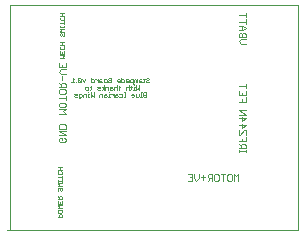
<source format=gbo>
G75*
%MOIN*%
%OFA0B0*%
%FSLAX25Y25*%
%IPPOS*%
%LPD*%
%AMOC8*
5,1,8,0,0,1.08239X$1,22.5*
%
%ADD10C,0.00000*%
%ADD11C,0.00100*%
%ADD12C,0.00200*%
D10*
X0002196Y0002975D02*
X0002221Y0002975D01*
X0002234Y0002975D02*
X0002234Y0003000D01*
X0002242Y0003008D01*
X0002251Y0003000D01*
X0002251Y0002975D01*
X0002267Y0002975D02*
X0002267Y0003008D01*
X0002259Y0003008D01*
X0002251Y0003000D01*
X0002280Y0003000D02*
X0002288Y0003008D01*
X0002313Y0003008D01*
X0002313Y0003025D02*
X0002313Y0002975D01*
X0002288Y0002975D01*
X0002280Y0002983D01*
X0002280Y0003000D01*
X0002328Y0002983D02*
X0002328Y0002975D01*
X0002336Y0002975D01*
X0002336Y0002983D01*
X0002328Y0002983D01*
X0002349Y0002983D02*
X0002357Y0002992D01*
X0002374Y0002992D01*
X0002382Y0003000D01*
X0002374Y0003008D01*
X0002349Y0003008D01*
X0002349Y0002983D02*
X0002357Y0002975D01*
X0002382Y0002975D01*
X0002395Y0002983D02*
X0002403Y0002992D01*
X0002420Y0002992D01*
X0002428Y0003000D01*
X0002420Y0003008D01*
X0002395Y0003008D01*
X0002395Y0002983D02*
X0002403Y0002975D01*
X0002428Y0002975D01*
X0002441Y0002992D02*
X0002474Y0002992D01*
X0002474Y0003000D02*
X0002466Y0003008D01*
X0002449Y0003008D01*
X0002441Y0003000D01*
X0002441Y0002992D01*
X0002449Y0002975D02*
X0002466Y0002975D01*
X0002474Y0002983D01*
X0002474Y0003000D01*
X0002488Y0003008D02*
X0002496Y0003008D01*
X0002513Y0002992D01*
X0002513Y0003008D02*
X0002513Y0002975D01*
X0002525Y0002975D02*
X0002551Y0002975D01*
X0002559Y0002983D01*
X0002559Y0003000D01*
X0002551Y0003008D01*
X0002525Y0003008D01*
X0002525Y0003025D02*
X0002525Y0002975D01*
X0002572Y0002975D02*
X0002597Y0002975D01*
X0002605Y0002983D01*
X0002605Y0003000D01*
X0002597Y0003008D01*
X0002572Y0003008D01*
X0002572Y0003025D02*
X0002572Y0002975D01*
X0002618Y0002975D02*
X0002643Y0002975D01*
X0002651Y0002983D01*
X0002643Y0002992D01*
X0002618Y0002992D01*
X0002618Y0003000D02*
X0002618Y0002975D01*
X0002618Y0003000D02*
X0002626Y0003008D01*
X0002643Y0003008D01*
X0002664Y0003000D02*
X0002697Y0003000D01*
X0002710Y0003008D02*
X0002710Y0002983D01*
X0002718Y0002975D01*
X0002726Y0002983D01*
X0002735Y0002975D01*
X0002743Y0002983D01*
X0002743Y0003008D01*
X0002756Y0003000D02*
X0002789Y0003000D01*
X0002802Y0003000D02*
X0002810Y0003008D01*
X0002827Y0003008D01*
X0002835Y0003000D01*
X0002835Y0002983D01*
X0002827Y0002975D01*
X0002810Y0002975D01*
X0002802Y0002983D01*
X0002802Y0003000D01*
X0002848Y0003008D02*
X0002873Y0003008D01*
X0002881Y0003000D01*
X0002881Y0002983D01*
X0002873Y0002975D01*
X0002848Y0002975D01*
X0002848Y0002967D02*
X0002848Y0003008D01*
X0002848Y0002967D02*
X0002856Y0002958D01*
X0002864Y0002958D01*
X0002894Y0002983D02*
X0002894Y0003000D01*
X0002902Y0003008D01*
X0002919Y0003008D01*
X0002927Y0003000D01*
X0002927Y0002983D01*
X0002919Y0002975D01*
X0002902Y0002975D01*
X0002894Y0002983D01*
X0002941Y0002975D02*
X0002958Y0002975D01*
X0002949Y0002975D02*
X0002949Y0003025D01*
X0002958Y0003025D01*
X0002979Y0003008D02*
X0002996Y0003008D01*
X0003004Y0003000D01*
X0003004Y0002983D01*
X0002996Y0002975D01*
X0002979Y0002975D01*
X0002971Y0002983D01*
X0002971Y0003000D01*
X0002979Y0003008D01*
X0003017Y0003000D02*
X0003017Y0002975D01*
X0003017Y0003000D02*
X0003025Y0003008D01*
X0003050Y0003008D01*
X0003050Y0002975D01*
X0003063Y0002983D02*
X0003063Y0003000D01*
X0003071Y0003008D01*
X0003088Y0003008D01*
X0003096Y0003000D01*
X0003096Y0002983D01*
X0003088Y0002975D01*
X0003071Y0002975D01*
X0003063Y0002983D01*
X0003109Y0002975D02*
X0003109Y0003000D01*
X0003117Y0003008D01*
X0003125Y0003000D01*
X0003125Y0002975D01*
X0003142Y0002975D02*
X0003142Y0003008D01*
X0003134Y0003008D01*
X0003125Y0003000D01*
X0003155Y0003025D02*
X0003188Y0002975D01*
X0003201Y0002983D02*
X0003201Y0003000D01*
X0003209Y0003008D01*
X0003226Y0003008D01*
X0003234Y0003000D01*
X0003234Y0002983D01*
X0003226Y0002975D01*
X0003209Y0002975D01*
X0003201Y0002983D01*
X0003247Y0002975D02*
X0003272Y0002975D01*
X0003280Y0002983D01*
X0003280Y0003000D01*
X0003272Y0003008D01*
X0003247Y0003008D01*
X0003247Y0002967D01*
X0003255Y0002958D01*
X0003263Y0002958D01*
X0003293Y0002983D02*
X0003293Y0003000D01*
X0003301Y0003008D01*
X0003318Y0003008D01*
X0003326Y0003000D01*
X0003326Y0002983D01*
X0003318Y0002975D01*
X0003301Y0002975D01*
X0003293Y0002983D01*
X0003339Y0002975D02*
X0003372Y0002975D01*
X0003372Y0003025D01*
X0003385Y0003025D02*
X0003418Y0002975D01*
X0003431Y0002975D02*
X0003456Y0002975D01*
X0003464Y0002983D01*
X0003464Y0003000D01*
X0003456Y0003008D01*
X0003431Y0003008D01*
X0003477Y0003000D02*
X0003477Y0002975D01*
X0003502Y0002975D01*
X0003510Y0002983D01*
X0003502Y0002992D01*
X0003477Y0002992D01*
X0003477Y0003000D02*
X0003485Y0003008D01*
X0003502Y0003008D01*
X0003523Y0003025D02*
X0003556Y0003025D01*
X0003570Y0003025D02*
X0003579Y0003017D01*
X0003579Y0002975D01*
X0003587Y0003000D02*
X0003570Y0003000D01*
X0003601Y0003000D02*
X0003618Y0003000D01*
X0003630Y0003000D02*
X0003639Y0003008D01*
X0003655Y0003008D01*
X0003664Y0003000D01*
X0003664Y0002983D01*
X0003655Y0002975D01*
X0003639Y0002975D01*
X0003630Y0002983D01*
X0003630Y0003000D01*
X0003609Y0003017D02*
X0003601Y0003025D01*
X0003609Y0003017D02*
X0003609Y0002975D01*
X0003676Y0002983D02*
X0003685Y0002975D01*
X0003710Y0002975D01*
X0003710Y0003025D01*
X0003685Y0003025D01*
X0003676Y0003017D01*
X0003676Y0003008D01*
X0003685Y0003000D01*
X0003710Y0003000D01*
X0003685Y0003000D02*
X0003676Y0002992D01*
X0003676Y0002983D01*
X0003722Y0003025D02*
X0003756Y0002975D01*
X0003770Y0002975D02*
X0003779Y0002975D01*
X0003779Y0002983D01*
X0003770Y0002983D01*
X0003770Y0002975D01*
X0003770Y0003000D02*
X0003779Y0003000D01*
X0003779Y0003008D01*
X0003770Y0003008D01*
X0003770Y0003000D01*
X0003792Y0003017D02*
X0003792Y0003025D01*
X0003792Y0003017D02*
X0003808Y0003000D01*
X0003808Y0002975D01*
X0003808Y0003000D02*
X0003825Y0003017D01*
X0003825Y0003025D01*
X0003540Y0003025D02*
X0003540Y0002975D01*
X0003000Y0003125D02*
X0003000Y0078086D01*
X0099201Y0078086D01*
X0099201Y0003125D01*
X0003000Y0003125D01*
X0002221Y0003008D02*
X0002196Y0003008D01*
X0002188Y0003000D01*
X0002188Y0002983D01*
X0002196Y0002975D01*
X0002221Y0002958D02*
X0002221Y0003008D01*
D11*
X0018950Y0007381D02*
X0020451Y0007381D01*
X0020451Y0008132D01*
X0020201Y0008382D01*
X0019701Y0008382D01*
X0019450Y0008132D01*
X0019450Y0007381D01*
X0019200Y0008854D02*
X0018950Y0009104D01*
X0018950Y0009605D01*
X0019200Y0009855D01*
X0020201Y0009855D01*
X0020451Y0009605D01*
X0020451Y0009104D01*
X0020201Y0008854D01*
X0019200Y0008854D01*
X0018950Y0010327D02*
X0019450Y0010828D01*
X0018950Y0011328D01*
X0020451Y0011328D01*
X0020451Y0011801D02*
X0018950Y0011801D01*
X0018950Y0012802D01*
X0018950Y0013274D02*
X0020451Y0013274D01*
X0020451Y0014025D01*
X0020201Y0014275D01*
X0019701Y0014275D01*
X0019450Y0014025D01*
X0019450Y0013274D01*
X0019450Y0013774D02*
X0018950Y0014275D01*
X0020451Y0012802D02*
X0020451Y0011801D01*
X0019701Y0011801D02*
X0019701Y0012301D01*
X0020451Y0010327D02*
X0018950Y0010327D01*
X0019200Y0016221D02*
X0018950Y0016471D01*
X0018950Y0016971D01*
X0019200Y0017221D01*
X0019450Y0017221D01*
X0019701Y0016971D01*
X0019701Y0016471D01*
X0019951Y0016221D01*
X0020201Y0016221D01*
X0020451Y0016471D01*
X0020451Y0016971D01*
X0020201Y0017221D01*
X0020451Y0017694D02*
X0018950Y0017694D01*
X0019450Y0018194D01*
X0018950Y0018695D01*
X0020451Y0018695D01*
X0020451Y0019167D02*
X0020451Y0019667D01*
X0020451Y0019417D02*
X0018950Y0019417D01*
X0018950Y0019167D02*
X0018950Y0019667D01*
X0018950Y0020650D02*
X0020451Y0020650D01*
X0020451Y0021150D02*
X0020451Y0020149D01*
X0020201Y0021622D02*
X0019200Y0021622D01*
X0018950Y0021873D01*
X0018950Y0022373D01*
X0019200Y0022623D01*
X0018950Y0023096D02*
X0020451Y0023096D01*
X0020201Y0022623D02*
X0020451Y0022373D01*
X0020451Y0021873D01*
X0020201Y0021622D01*
X0019701Y0023096D02*
X0019701Y0024097D01*
X0020451Y0024097D02*
X0018950Y0024097D01*
X0026292Y0046975D02*
X0026041Y0047225D01*
X0026041Y0048476D01*
X0026792Y0048476D01*
X0027042Y0048226D01*
X0027042Y0047725D01*
X0026792Y0047475D01*
X0026041Y0047475D01*
X0025569Y0047475D02*
X0024818Y0047475D01*
X0024568Y0047725D01*
X0024818Y0047975D01*
X0025319Y0047975D01*
X0025569Y0048226D01*
X0025319Y0048476D01*
X0024568Y0048476D01*
X0026292Y0046975D02*
X0026542Y0046975D01*
X0027515Y0047475D02*
X0027515Y0048226D01*
X0027765Y0048476D01*
X0028515Y0048476D01*
X0028515Y0047475D01*
X0028997Y0047475D02*
X0029498Y0047475D01*
X0029247Y0047475D02*
X0029247Y0048476D01*
X0029498Y0048476D01*
X0029247Y0048976D02*
X0029247Y0049226D01*
X0029002Y0049875D02*
X0029252Y0050125D01*
X0029252Y0050626D01*
X0029002Y0050876D01*
X0028501Y0050876D01*
X0028251Y0050626D01*
X0028251Y0050125D01*
X0028501Y0049875D01*
X0029002Y0049875D01*
X0029734Y0049875D02*
X0029984Y0050125D01*
X0029984Y0051126D01*
X0030234Y0050876D02*
X0029734Y0050876D01*
X0030093Y0052275D02*
X0030843Y0052275D01*
X0031094Y0052525D01*
X0031094Y0053026D01*
X0030843Y0053276D01*
X0030093Y0053276D01*
X0030093Y0053776D02*
X0030093Y0052275D01*
X0031571Y0053276D02*
X0031821Y0053276D01*
X0032321Y0052775D01*
X0032794Y0052775D02*
X0033544Y0052775D01*
X0033795Y0052525D01*
X0033544Y0052275D01*
X0032794Y0052275D01*
X0032794Y0053026D01*
X0033044Y0053276D01*
X0033544Y0053276D01*
X0034267Y0053026D02*
X0034267Y0052525D01*
X0034517Y0052275D01*
X0035018Y0052275D01*
X0035268Y0052525D01*
X0035268Y0053026D01*
X0035018Y0053276D01*
X0034517Y0053276D01*
X0034267Y0053026D01*
X0035740Y0053276D02*
X0035990Y0053026D01*
X0036741Y0053026D01*
X0036741Y0053776D02*
X0035990Y0053776D01*
X0035740Y0053526D01*
X0035740Y0053276D01*
X0035990Y0053026D02*
X0035740Y0052775D01*
X0035740Y0052525D01*
X0035990Y0052275D01*
X0036741Y0052275D01*
X0036741Y0053776D01*
X0038687Y0053026D02*
X0038687Y0052775D01*
X0039688Y0052775D01*
X0039688Y0052525D02*
X0039688Y0053026D01*
X0039437Y0053276D01*
X0038937Y0053276D01*
X0038687Y0053026D01*
X0038937Y0052275D02*
X0039437Y0052275D01*
X0039688Y0052525D01*
X0040160Y0052275D02*
X0040911Y0052275D01*
X0041161Y0052525D01*
X0041161Y0053026D01*
X0040911Y0053276D01*
X0040160Y0053276D01*
X0040160Y0053776D02*
X0040160Y0052275D01*
X0041633Y0052775D02*
X0042634Y0052775D01*
X0042634Y0052525D02*
X0042634Y0053026D01*
X0042384Y0053276D01*
X0041884Y0053276D01*
X0041633Y0053026D01*
X0041633Y0052775D01*
X0041884Y0052275D02*
X0042384Y0052275D01*
X0042634Y0052525D01*
X0043107Y0052525D02*
X0043107Y0053026D01*
X0043357Y0053276D01*
X0044107Y0053276D01*
X0044107Y0051775D01*
X0044471Y0051626D02*
X0044471Y0051376D01*
X0044471Y0050876D02*
X0044471Y0049875D01*
X0044721Y0049875D02*
X0044221Y0049875D01*
X0043489Y0050125D02*
X0043489Y0051126D01*
X0043739Y0050876D02*
X0043239Y0050876D01*
X0042757Y0050626D02*
X0042507Y0050876D01*
X0042006Y0050876D01*
X0041756Y0050626D01*
X0041756Y0049875D01*
X0041529Y0048976D02*
X0041029Y0048976D01*
X0041279Y0048976D02*
X0041279Y0047475D01*
X0041529Y0047475D02*
X0041029Y0047475D01*
X0040547Y0047725D02*
X0040297Y0047475D01*
X0039546Y0047475D01*
X0039074Y0047725D02*
X0038824Y0047975D01*
X0038073Y0047975D01*
X0038073Y0048226D02*
X0038073Y0047475D01*
X0038824Y0047475D01*
X0039074Y0047725D01*
X0038824Y0048476D02*
X0038323Y0048476D01*
X0038073Y0048226D01*
X0037601Y0048476D02*
X0037601Y0047475D01*
X0037601Y0047975D02*
X0037100Y0048476D01*
X0036850Y0048476D01*
X0036373Y0048476D02*
X0036123Y0048476D01*
X0036123Y0047475D01*
X0036373Y0047475D02*
X0035872Y0047475D01*
X0035391Y0047725D02*
X0035140Y0047975D01*
X0034390Y0047975D01*
X0034390Y0048226D02*
X0034390Y0047475D01*
X0035140Y0047475D01*
X0035391Y0047725D01*
X0035140Y0048476D02*
X0034640Y0048476D01*
X0034390Y0048226D01*
X0033917Y0048476D02*
X0033917Y0047475D01*
X0032917Y0047475D02*
X0032917Y0048226D01*
X0033167Y0048476D01*
X0033917Y0048476D01*
X0033658Y0049875D02*
X0034408Y0050375D01*
X0033658Y0050876D01*
X0033181Y0050626D02*
X0032931Y0050876D01*
X0032180Y0050876D01*
X0032430Y0050375D02*
X0032931Y0050375D01*
X0033181Y0050626D01*
X0033181Y0049875D02*
X0032430Y0049875D01*
X0032180Y0050125D01*
X0032430Y0050375D01*
X0032321Y0052275D02*
X0032321Y0053276D01*
X0034408Y0051376D02*
X0034408Y0049875D01*
X0034881Y0049875D02*
X0034881Y0050626D01*
X0035131Y0050876D01*
X0035882Y0050876D01*
X0035882Y0049875D01*
X0036354Y0049875D02*
X0036354Y0050626D01*
X0036604Y0050876D01*
X0037105Y0050876D01*
X0037105Y0050375D02*
X0036354Y0050375D01*
X0036354Y0049875D02*
X0037105Y0049875D01*
X0037355Y0050125D01*
X0037105Y0050375D01*
X0037827Y0050626D02*
X0037827Y0049875D01*
X0037827Y0050626D02*
X0038078Y0050876D01*
X0038578Y0050876D01*
X0038828Y0050626D01*
X0039310Y0050876D02*
X0039810Y0050876D01*
X0039560Y0051126D02*
X0039560Y0050125D01*
X0039310Y0049875D01*
X0038828Y0049875D02*
X0038828Y0051376D01*
X0036123Y0049226D02*
X0036123Y0048976D01*
X0039546Y0048476D02*
X0040297Y0048476D01*
X0040547Y0048226D01*
X0040547Y0047725D01*
X0043475Y0047975D02*
X0044476Y0047975D01*
X0044476Y0047725D02*
X0044476Y0048226D01*
X0044225Y0048476D01*
X0043725Y0048476D01*
X0043475Y0048226D01*
X0043475Y0047975D01*
X0043725Y0047475D02*
X0044225Y0047475D01*
X0044476Y0047725D01*
X0044948Y0047475D02*
X0044948Y0048476D01*
X0045949Y0048476D02*
X0045949Y0047725D01*
X0045699Y0047475D01*
X0044948Y0047475D01*
X0046431Y0047475D02*
X0046931Y0047475D01*
X0046681Y0047475D02*
X0046681Y0048976D01*
X0046931Y0048976D01*
X0047404Y0048726D02*
X0047404Y0048476D01*
X0047654Y0048226D01*
X0048404Y0048226D01*
X0047654Y0048226D02*
X0047404Y0047975D01*
X0047404Y0047725D01*
X0047654Y0047475D01*
X0048404Y0047475D01*
X0048404Y0048976D01*
X0047654Y0048976D01*
X0047404Y0048726D01*
X0046194Y0049875D02*
X0045694Y0050375D01*
X0045194Y0049875D01*
X0045194Y0051376D01*
X0044721Y0050876D02*
X0044471Y0050876D01*
X0043489Y0050125D02*
X0043239Y0049875D01*
X0042757Y0049875D02*
X0042757Y0051376D01*
X0043357Y0052275D02*
X0044107Y0052275D01*
X0044580Y0052275D02*
X0044580Y0053026D01*
X0044830Y0053276D01*
X0045080Y0053026D01*
X0045080Y0052275D01*
X0045581Y0052275D02*
X0045581Y0053276D01*
X0045330Y0053276D01*
X0045080Y0053026D01*
X0046053Y0053026D02*
X0046053Y0052275D01*
X0046804Y0052275D01*
X0047054Y0052525D01*
X0046804Y0052775D01*
X0046053Y0052775D01*
X0046053Y0053026D02*
X0046303Y0053276D01*
X0046804Y0053276D01*
X0047536Y0053276D02*
X0048036Y0053276D01*
X0047786Y0053526D02*
X0047786Y0052525D01*
X0047536Y0052275D01*
X0048508Y0052525D02*
X0048508Y0052775D01*
X0048759Y0053026D01*
X0049259Y0053026D01*
X0049509Y0053276D01*
X0049509Y0053526D01*
X0049259Y0053776D01*
X0048759Y0053776D01*
X0048508Y0053526D01*
X0048508Y0052525D02*
X0048759Y0052275D01*
X0049259Y0052275D01*
X0049509Y0052525D01*
X0046194Y0051376D02*
X0046194Y0049875D01*
X0043357Y0052275D02*
X0043107Y0052525D01*
X0030971Y0048976D02*
X0030971Y0047475D01*
X0030470Y0047975D01*
X0029970Y0047475D01*
X0029970Y0048976D01*
X0027647Y0052275D02*
X0027146Y0053276D01*
X0026674Y0053526D02*
X0026674Y0052525D01*
X0025673Y0053526D01*
X0025673Y0052525D01*
X0025923Y0052275D01*
X0026424Y0052275D01*
X0026674Y0052525D01*
X0026674Y0053526D02*
X0026424Y0053776D01*
X0025923Y0053776D01*
X0025673Y0053526D01*
X0025201Y0052525D02*
X0024950Y0052525D01*
X0024950Y0052275D01*
X0025201Y0052275D01*
X0025201Y0052525D01*
X0024464Y0052275D02*
X0023463Y0052275D01*
X0023964Y0052275D02*
X0023964Y0053776D01*
X0024464Y0053276D01*
X0027647Y0052275D02*
X0028147Y0053276D01*
X0021251Y0060318D02*
X0019750Y0060318D01*
X0019750Y0061318D02*
X0021251Y0061318D01*
X0020751Y0060818D01*
X0021251Y0060318D01*
X0021251Y0061791D02*
X0019750Y0061791D01*
X0019750Y0062792D01*
X0020000Y0063264D02*
X0019750Y0063514D01*
X0019750Y0064015D01*
X0020000Y0064265D01*
X0019750Y0064737D02*
X0021251Y0064737D01*
X0021001Y0064265D02*
X0021251Y0064015D01*
X0021251Y0063514D01*
X0021001Y0063264D01*
X0020000Y0063264D01*
X0020501Y0064737D02*
X0020501Y0065738D01*
X0021251Y0065738D02*
X0019750Y0065738D01*
X0020000Y0067684D02*
X0019750Y0067934D01*
X0019750Y0068435D01*
X0020000Y0068685D01*
X0020250Y0068685D01*
X0020501Y0068435D01*
X0020501Y0067934D01*
X0020751Y0067684D01*
X0021001Y0067684D01*
X0021251Y0067934D01*
X0021251Y0068435D01*
X0021001Y0068685D01*
X0021251Y0069157D02*
X0019750Y0069157D01*
X0020250Y0069658D01*
X0019750Y0070158D01*
X0021251Y0070158D01*
X0021251Y0070630D02*
X0021251Y0071131D01*
X0021251Y0070881D02*
X0019750Y0070881D01*
X0019750Y0071131D02*
X0019750Y0070630D01*
X0019750Y0072113D02*
X0021251Y0072113D01*
X0021251Y0071613D02*
X0021251Y0072613D01*
X0021001Y0073086D02*
X0020000Y0073086D01*
X0019750Y0073336D01*
X0019750Y0073836D01*
X0020000Y0074087D01*
X0019750Y0074559D02*
X0021251Y0074559D01*
X0021001Y0074087D02*
X0021251Y0073836D01*
X0021251Y0073336D01*
X0021001Y0073086D01*
X0020501Y0074559D02*
X0020501Y0075560D01*
X0021251Y0075560D02*
X0019750Y0075560D01*
X0021251Y0062792D02*
X0021251Y0061791D01*
X0020501Y0061791D02*
X0020501Y0062291D01*
D12*
X0021602Y0058823D02*
X0021602Y0057355D01*
X0019400Y0057355D01*
X0019400Y0058823D01*
X0020501Y0058089D02*
X0020501Y0057355D01*
X0020134Y0056613D02*
X0021602Y0056613D01*
X0020134Y0056613D02*
X0019400Y0055879D01*
X0020134Y0055145D01*
X0021602Y0055145D01*
X0020501Y0054403D02*
X0020501Y0052935D01*
X0020501Y0052193D02*
X0020134Y0051826D01*
X0020134Y0050725D01*
X0020134Y0051459D02*
X0019400Y0052193D01*
X0020501Y0052193D02*
X0021235Y0052193D01*
X0021602Y0051826D01*
X0021602Y0050725D01*
X0019400Y0050725D01*
X0019767Y0049983D02*
X0021235Y0049983D01*
X0021602Y0049616D01*
X0021602Y0048882D01*
X0021235Y0048515D01*
X0019767Y0048515D01*
X0019400Y0048882D01*
X0019400Y0049616D01*
X0019767Y0049983D01*
X0021602Y0047773D02*
X0021602Y0046305D01*
X0021602Y0047039D02*
X0019400Y0047039D01*
X0019767Y0045563D02*
X0021235Y0045563D01*
X0021602Y0045196D01*
X0021602Y0044462D01*
X0021235Y0044095D01*
X0019767Y0044095D01*
X0019400Y0044462D01*
X0019400Y0045196D01*
X0019767Y0045563D01*
X0019400Y0043353D02*
X0021602Y0043353D01*
X0020868Y0042619D01*
X0021602Y0041885D01*
X0019400Y0041885D01*
X0019767Y0038298D02*
X0021235Y0038298D01*
X0021602Y0037931D01*
X0021602Y0036830D01*
X0019400Y0036830D01*
X0019400Y0037931D01*
X0019767Y0038298D01*
X0019400Y0036088D02*
X0021602Y0036088D01*
X0021602Y0034620D02*
X0019400Y0034620D01*
X0019767Y0033878D02*
X0020501Y0033878D01*
X0020501Y0033144D01*
X0021235Y0032410D02*
X0019767Y0032410D01*
X0019400Y0032777D01*
X0019400Y0033511D01*
X0019767Y0033878D01*
X0021235Y0033878D02*
X0021602Y0033511D01*
X0021602Y0032777D01*
X0021235Y0032410D01*
X0021602Y0034620D02*
X0019400Y0036088D01*
X0062302Y0021727D02*
X0063770Y0021727D01*
X0063770Y0019525D01*
X0062302Y0019525D01*
X0063036Y0020626D02*
X0063770Y0020626D01*
X0064512Y0020259D02*
X0064512Y0021727D01*
X0065980Y0021727D02*
X0065980Y0020259D01*
X0065246Y0019525D01*
X0064512Y0020259D01*
X0066722Y0020626D02*
X0068190Y0020626D01*
X0068932Y0020626D02*
X0069299Y0020259D01*
X0070400Y0020259D01*
X0069666Y0020259D02*
X0068932Y0019525D01*
X0068932Y0020626D02*
X0068932Y0021360D01*
X0069299Y0021727D01*
X0070400Y0021727D01*
X0070400Y0019525D01*
X0071142Y0019892D02*
X0071142Y0021360D01*
X0071509Y0021727D01*
X0072243Y0021727D01*
X0072610Y0021360D01*
X0072610Y0019892D01*
X0072243Y0019525D01*
X0071509Y0019525D01*
X0071142Y0019892D01*
X0073352Y0021727D02*
X0074820Y0021727D01*
X0074086Y0021727D02*
X0074086Y0019525D01*
X0075562Y0019892D02*
X0075562Y0021360D01*
X0075929Y0021727D01*
X0076663Y0021727D01*
X0077030Y0021360D01*
X0077030Y0019892D01*
X0076663Y0019525D01*
X0075929Y0019525D01*
X0075562Y0019892D01*
X0077772Y0019525D02*
X0077772Y0021727D01*
X0078506Y0020993D01*
X0079240Y0021727D01*
X0079240Y0019525D01*
X0079400Y0028939D02*
X0079400Y0029673D01*
X0079400Y0029306D02*
X0081602Y0029306D01*
X0081602Y0028939D02*
X0081602Y0029673D01*
X0081602Y0030412D02*
X0081602Y0031513D01*
X0081235Y0031880D01*
X0080501Y0031880D01*
X0080134Y0031513D01*
X0080134Y0030412D01*
X0079400Y0030412D02*
X0081602Y0030412D01*
X0080134Y0031146D02*
X0079400Y0031880D01*
X0079400Y0032622D02*
X0081602Y0032622D01*
X0081602Y0034090D01*
X0081602Y0034832D02*
X0081602Y0036300D01*
X0081235Y0036300D01*
X0079767Y0034832D01*
X0079400Y0034832D01*
X0079400Y0036300D01*
X0080501Y0037042D02*
X0080501Y0038510D01*
X0080501Y0039252D02*
X0080501Y0040720D01*
X0081602Y0040353D02*
X0080501Y0039252D01*
X0079400Y0040353D02*
X0081602Y0040353D01*
X0081602Y0041462D02*
X0079400Y0042929D01*
X0081602Y0042929D01*
X0081602Y0041462D02*
X0079400Y0041462D01*
X0079400Y0038143D02*
X0081602Y0038143D01*
X0080501Y0037042D01*
X0080501Y0033356D02*
X0080501Y0032622D01*
X0067456Y0021360D02*
X0067456Y0019892D01*
X0079400Y0045881D02*
X0081602Y0045881D01*
X0081602Y0047349D01*
X0081602Y0048091D02*
X0079400Y0048091D01*
X0079400Y0049559D01*
X0080501Y0048825D02*
X0080501Y0048091D01*
X0081602Y0048091D02*
X0081602Y0049559D01*
X0081602Y0050301D02*
X0081602Y0051769D01*
X0081602Y0051035D02*
X0079400Y0051035D01*
X0080501Y0046615D02*
X0080501Y0045881D01*
X0080134Y0065200D02*
X0079400Y0065934D01*
X0080134Y0066668D01*
X0081602Y0066668D01*
X0081602Y0067410D02*
X0081602Y0068511D01*
X0081235Y0068878D01*
X0080868Y0068878D01*
X0080501Y0068511D01*
X0080501Y0067410D01*
X0079400Y0067410D02*
X0081602Y0067410D01*
X0080501Y0068511D02*
X0080134Y0068878D01*
X0079767Y0068878D01*
X0079400Y0068511D01*
X0079400Y0067410D01*
X0079400Y0069620D02*
X0080868Y0069620D01*
X0081602Y0070354D01*
X0080868Y0071088D01*
X0079400Y0071088D01*
X0080501Y0071088D02*
X0080501Y0069620D01*
X0081602Y0071830D02*
X0081602Y0073298D01*
X0081602Y0072564D02*
X0079400Y0072564D01*
X0081602Y0074040D02*
X0081602Y0075508D01*
X0081602Y0074774D02*
X0079400Y0074774D01*
X0080134Y0065200D02*
X0081602Y0065200D01*
M02*

</source>
